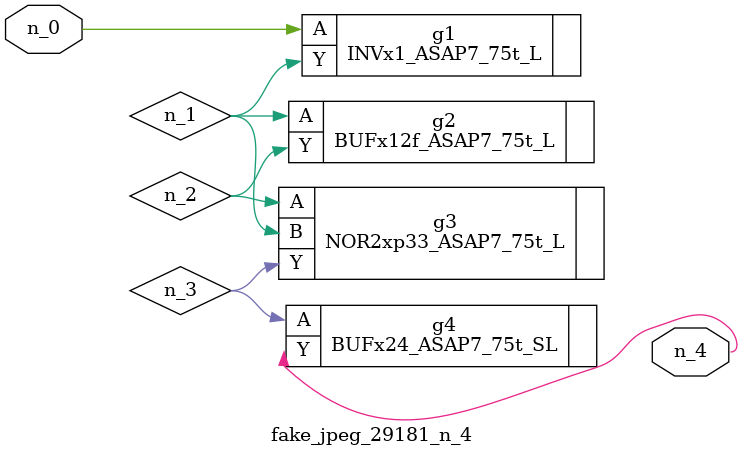
<source format=v>
module fake_jpeg_29181_n_4 (n_0, n_4);

input n_0;

output n_4;

wire n_3;
wire n_2;
wire n_1;

INVx1_ASAP7_75t_L g1 ( 
.A(n_0),
.Y(n_1)
);

BUFx12f_ASAP7_75t_L g2 ( 
.A(n_1),
.Y(n_2)
);

NOR2xp33_ASAP7_75t_L g3 ( 
.A(n_2),
.B(n_1),
.Y(n_3)
);

BUFx24_ASAP7_75t_SL g4 ( 
.A(n_3),
.Y(n_4)
);


endmodule
</source>
